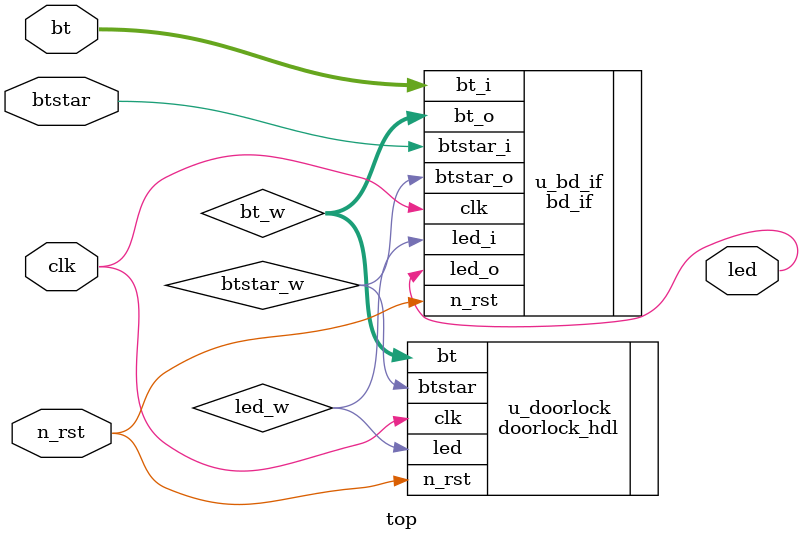
<source format=v>
module top(
	clk,
	n_rst,
	bt,
	btstar,
	led
//	fnd_en
);

parameter T_1S = 26'h2FA_F080; // d50_000_000;
parameter T_20MS = 20'hF_4240; // d1_000_000;

input clk;
input n_rst;
input [9:0] bt;
input btstar;
output led;
//output [6:0] fnd_en;

wire [9:0] bt_w;
wire btstar_w;
wire led_w;
//wire [6:0] fnd_en_w;

bd_if #(
	.T_1S(T_1S),
	.T_20MS(T_20MS)
) u_bd_if(
    .clk(clk),
    .n_rst(n_rst),
 
    .bt_i(bt),
    .btstar_i(btstar),

    //.fnd_i(fnd_en_w),
    .led_i(led_w),

    .bt_o(bt_w),
    .btstar_o(btstar_w),

    //.fnd_o(fnd_en),
    .led_o(led)
);

doorlock_hdl u_doorlock(
    .clk(clk),
    .n_rst(n_rst),
 
    .bt(bt_w),
    .btstar(btstar_w),

    //.fnd_en(fnd_en_w),
    .led(led_w)
);



endmodule

</source>
